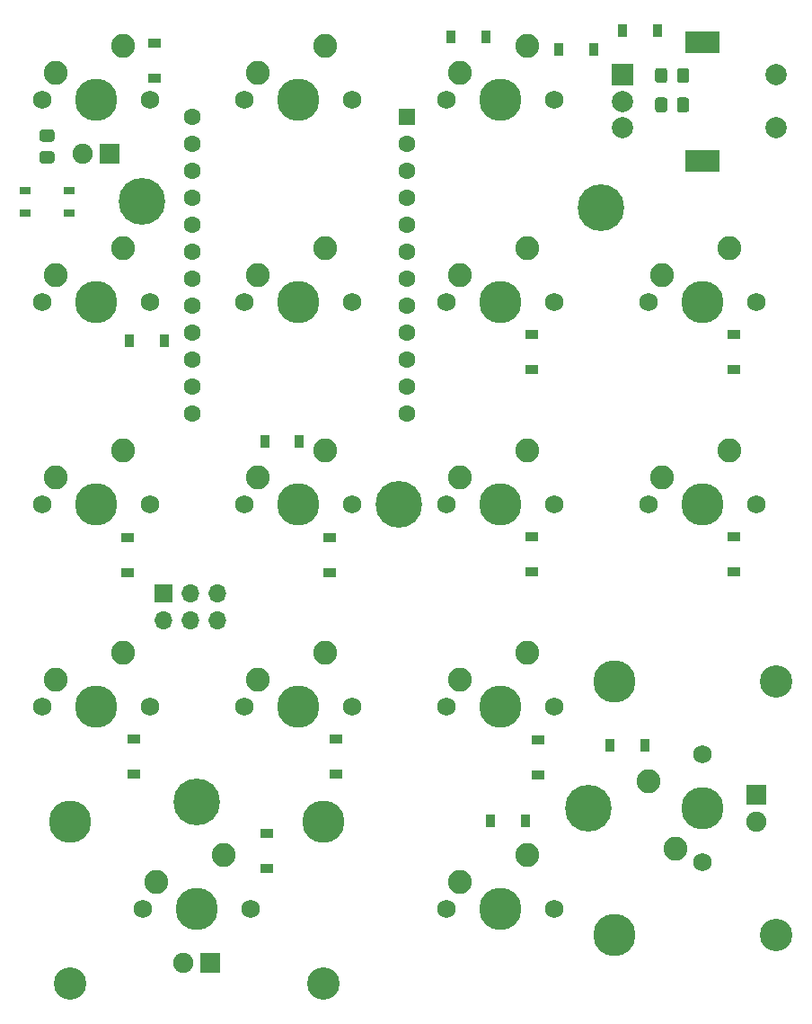
<source format=gbr>
G04 #@! TF.GenerationSoftware,KiCad,Pcbnew,(5.1.7)-1*
G04 #@! TF.CreationDate,2020-12-04T00:44:57-08:00*
G04 #@! TF.ProjectId,dropout-miniusb,64726f70-6f75-4742-9d6d-696e69757362,rev?*
G04 #@! TF.SameCoordinates,Original*
G04 #@! TF.FileFunction,Soldermask,Bot*
G04 #@! TF.FilePolarity,Negative*
%FSLAX46Y46*%
G04 Gerber Fmt 4.6, Leading zero omitted, Abs format (unit mm)*
G04 Created by KiCad (PCBNEW (5.1.7)-1) date 2020-12-04 00:44:57*
%MOMM*%
%LPD*%
G01*
G04 APERTURE LIST*
%ADD10R,0.900000X1.200000*%
%ADD11C,2.250000*%
%ADD12C,3.987800*%
%ADD13C,1.750000*%
%ADD14R,1.200000X0.900000*%
%ADD15O,1.700000X1.700000*%
%ADD16R,1.700000X1.700000*%
%ADD17R,1.600000X1.600000*%
%ADD18C,1.600000*%
%ADD19C,3.048000*%
%ADD20R,1.905000X1.905000*%
%ADD21C,1.905000*%
%ADD22R,1.050000X0.650000*%
%ADD23R,2.000000X2.000000*%
%ADD24C,2.000000*%
%ADD25R,3.200000X2.000000*%
%ADD26C,4.400000*%
G04 APERTURE END LIST*
G36*
G01*
X156422006Y-57803201D02*
X156422006Y-56903199D01*
G75*
G02*
X156672005Y-56653200I249999J0D01*
G01*
X157322007Y-56653200D01*
G75*
G02*
X157572006Y-56903199I0J-249999D01*
G01*
X157572006Y-57803201D01*
G75*
G02*
X157322007Y-58053200I-249999J0D01*
G01*
X156672005Y-58053200D01*
G75*
G02*
X156422006Y-57803201I0J249999D01*
G01*
G37*
G36*
G01*
X154372006Y-57803201D02*
X154372006Y-56903199D01*
G75*
G02*
X154622005Y-56653200I249999J0D01*
G01*
X155272007Y-56653200D01*
G75*
G02*
X155522006Y-56903199I0J-249999D01*
G01*
X155522006Y-57803201D01*
G75*
G02*
X155272007Y-58053200I-249999J0D01*
G01*
X154622005Y-58053200D01*
G75*
G02*
X154372006Y-57803201I0J249999D01*
G01*
G37*
G36*
G01*
X155522006Y-59676612D02*
X155522006Y-60576614D01*
G75*
G02*
X155272007Y-60826613I-249999J0D01*
G01*
X154622005Y-60826613D01*
G75*
G02*
X154372006Y-60576614I0J249999D01*
G01*
X154372006Y-59676612D01*
G75*
G02*
X154622005Y-59426613I249999J0D01*
G01*
X155272007Y-59426613D01*
G75*
G02*
X155522006Y-59676612I0J-249999D01*
G01*
G37*
G36*
G01*
X157572006Y-59676612D02*
X157572006Y-60576614D01*
G75*
G02*
X157322007Y-60826613I-249999J0D01*
G01*
X156672005Y-60826613D01*
G75*
G02*
X156422006Y-60576614I0J249999D01*
G01*
X156422006Y-59676612D01*
G75*
G02*
X156672005Y-59426613I249999J0D01*
G01*
X157322007Y-59426613D01*
G75*
G02*
X157572006Y-59676612I0J-249999D01*
G01*
G37*
D10*
X108082931Y-82327772D03*
X104782931Y-82327772D03*
D11*
X104194508Y-73645405D03*
D12*
X101654508Y-78725405D03*
D11*
X97844508Y-76185405D03*
D13*
X96574508Y-78725405D03*
X106734508Y-78725405D03*
D11*
X142294508Y-54595405D03*
D12*
X139754508Y-59675405D03*
D11*
X135944508Y-57135405D03*
D13*
X134674508Y-59675405D03*
X144834508Y-59675405D03*
D14*
X107164183Y-54348061D03*
X107164183Y-57648061D03*
D15*
X113112000Y-108634000D03*
X113112000Y-106094000D03*
X110572000Y-108634000D03*
X110572000Y-106094000D03*
X108032000Y-108634000D03*
D16*
X108032000Y-106094000D03*
D17*
X130976382Y-61214016D03*
D18*
X130976382Y-63754016D03*
X130976382Y-66294016D03*
X130976382Y-68834016D03*
X130976382Y-71374016D03*
X130976382Y-73914016D03*
X130976382Y-76454016D03*
X130976382Y-78994016D03*
X130976382Y-81534016D03*
X130976382Y-84074016D03*
X130976382Y-86614016D03*
X130976382Y-89154016D03*
X110736382Y-89154016D03*
X110736382Y-86614016D03*
X110736382Y-84074016D03*
X110736382Y-81534016D03*
X110736382Y-78994016D03*
X110736382Y-76454016D03*
X110736382Y-73914016D03*
X110736382Y-71374016D03*
X110736382Y-68834016D03*
X110736382Y-66294016D03*
X110736382Y-63754016D03*
X110736382Y-61214016D03*
D11*
X123244508Y-73645405D03*
D12*
X120704508Y-78725405D03*
D11*
X116894508Y-76185405D03*
D13*
X115624508Y-78725405D03*
X125784508Y-78725405D03*
D12*
X150549508Y-114412405D03*
X150549508Y-138288405D03*
D19*
X165789508Y-114412405D03*
X165789508Y-138288405D03*
D13*
X158804508Y-121270405D03*
X158804508Y-131430405D03*
D20*
X163884508Y-125080405D03*
D21*
X163884508Y-127620405D03*
D11*
X156264508Y-130160405D03*
D12*
X158804508Y-126350405D03*
D11*
X153724508Y-123810405D03*
D12*
X123117508Y-127620405D03*
X99241508Y-127620405D03*
D19*
X123117508Y-142860405D03*
X99241508Y-142860405D03*
D13*
X116259508Y-135875405D03*
X106099508Y-135875405D03*
D20*
X112449508Y-140955405D03*
D21*
X109909508Y-140955405D03*
D11*
X107369508Y-133335405D03*
D12*
X111179508Y-135875405D03*
D11*
X113719508Y-130795405D03*
D10*
X135143894Y-53752748D03*
X138443894Y-53752748D03*
D22*
X99118862Y-68155886D03*
X94968862Y-68155886D03*
X99118862Y-70305886D03*
X94968862Y-70305886D03*
D23*
X151304508Y-57294155D03*
D24*
X151304508Y-59794155D03*
X151304508Y-62294155D03*
D25*
X158804508Y-54194155D03*
X158804508Y-65394155D03*
D24*
X165804508Y-57294155D03*
X165804508Y-62294155D03*
G36*
G01*
X96593861Y-64488695D02*
X97493863Y-64488695D01*
G75*
G02*
X97743862Y-64738694I0J-249999D01*
G01*
X97743862Y-65388696D01*
G75*
G02*
X97493863Y-65638695I-249999J0D01*
G01*
X96593861Y-65638695D01*
G75*
G02*
X96343862Y-65388696I0J249999D01*
G01*
X96343862Y-64738694D01*
G75*
G02*
X96593861Y-64488695I249999J0D01*
G01*
G37*
G36*
G01*
X96593861Y-62438695D02*
X97493863Y-62438695D01*
G75*
G02*
X97743862Y-62688694I0J-249999D01*
G01*
X97743862Y-63338696D01*
G75*
G02*
X97493863Y-63588695I-249999J0D01*
G01*
X96593861Y-63588695D01*
G75*
G02*
X96343862Y-63338696I0J249999D01*
G01*
X96343862Y-62688694D01*
G75*
G02*
X96593861Y-62438695I249999J0D01*
G01*
G37*
D11*
X161344508Y-92695405D03*
D12*
X158804508Y-97775405D03*
D11*
X154994508Y-95235405D03*
D13*
X153724508Y-97775405D03*
X163884508Y-97775405D03*
X106734508Y-59675405D03*
X96574508Y-59675405D03*
D20*
X102924508Y-64755405D03*
D21*
X100384508Y-64755405D03*
D11*
X97844508Y-57135405D03*
D12*
X101654508Y-59675405D03*
D11*
X104194508Y-54595405D03*
X161344508Y-73645405D03*
D12*
X158804508Y-78725405D03*
D11*
X154994508Y-76185405D03*
D13*
X153724508Y-78725405D03*
X163884508Y-78725405D03*
D11*
X142294508Y-130795405D03*
D12*
X139754508Y-135875405D03*
D11*
X135944508Y-133335405D03*
D13*
X134674508Y-135875405D03*
X144834508Y-135875405D03*
D11*
X123244508Y-54595405D03*
D12*
X120704508Y-59675405D03*
D11*
X116894508Y-57135405D03*
D13*
X115624508Y-59675405D03*
X125784508Y-59675405D03*
D11*
X142294508Y-73645405D03*
D12*
X139754508Y-78725405D03*
D11*
X135944508Y-76185405D03*
D13*
X134674508Y-78725405D03*
X144834508Y-78725405D03*
D11*
X142294508Y-92695405D03*
D12*
X139754508Y-97775405D03*
D11*
X135944508Y-95235405D03*
D13*
X134674508Y-97775405D03*
X144834508Y-97775405D03*
D11*
X123244508Y-92695405D03*
D12*
X120704508Y-97775405D03*
D11*
X116894508Y-95235405D03*
D13*
X115624508Y-97775405D03*
X125784508Y-97775405D03*
D11*
X104194508Y-92695405D03*
D12*
X101654508Y-97775405D03*
D11*
X97844508Y-95235405D03*
D13*
X96574508Y-97775405D03*
X106734508Y-97775405D03*
D11*
X104194516Y-111745381D03*
D12*
X101654516Y-116825381D03*
D11*
X97844516Y-114285381D03*
D13*
X96574516Y-116825381D03*
X106734516Y-116825381D03*
D11*
X123244508Y-111745405D03*
D12*
X120704508Y-116825405D03*
D11*
X116894508Y-114285405D03*
D13*
X115624508Y-116825405D03*
X125784508Y-116825405D03*
D11*
X142294548Y-111745381D03*
D12*
X139754548Y-116825381D03*
D11*
X135944548Y-114285381D03*
D13*
X134674548Y-116825381D03*
X144834548Y-116825381D03*
D26*
X105973557Y-69230886D03*
X148088930Y-126350389D03*
X130229540Y-97775365D03*
X149279556Y-69826199D03*
X111179524Y-125755076D03*
D10*
X153446747Y-120397259D03*
X150146747Y-120397259D03*
D14*
X161781129Y-100751930D03*
X161781129Y-104051930D03*
X161781129Y-81701914D03*
X161781129Y-85001914D03*
D10*
X154637373Y-53126890D03*
X151337373Y-53126890D03*
X142135800Y-127541015D03*
X138835800Y-127541015D03*
D14*
X143326426Y-119937885D03*
X143326426Y-123237885D03*
X142731113Y-100751930D03*
X142731113Y-104051930D03*
X142731113Y-81732459D03*
X142731113Y-85032459D03*
D10*
X145264215Y-54943374D03*
X148564215Y-54943374D03*
D14*
X124276410Y-119801946D03*
X124276410Y-123101946D03*
X123681097Y-100887869D03*
X123681097Y-104187869D03*
D10*
X120856382Y-91852780D03*
X117556382Y-91852780D03*
D14*
X117727967Y-132031641D03*
X117727967Y-128731641D03*
X105226394Y-119801946D03*
X105226394Y-123101946D03*
X104631081Y-100887869D03*
X104631081Y-104187869D03*
M02*

</source>
